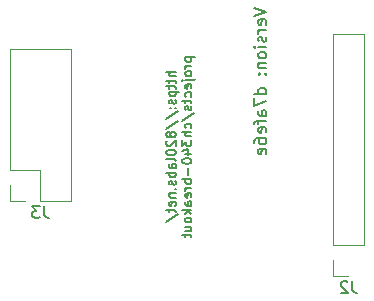
<source format=gbr>
G04 #@! TF.GenerationSoftware,KiCad,Pcbnew,5.1.5-52549c5~84~ubuntu18.04.1*
G04 #@! TF.CreationDate,2019-12-06T09:58:59+01:00*
G04 #@! TF.ProjectId,ch340-breakout,63683334-302d-4627-9265-616b6f75742e,rev?*
G04 #@! TF.SameCoordinates,Original*
G04 #@! TF.FileFunction,Legend,Bot*
G04 #@! TF.FilePolarity,Positive*
%FSLAX46Y46*%
G04 Gerber Fmt 4.6, Leading zero omitted, Abs format (unit mm)*
G04 Created by KiCad (PCBNEW 5.1.5-52549c5~84~ubuntu18.04.1) date 2019-12-06 09:58:59*
%MOMM*%
%LPD*%
G04 APERTURE LIST*
%ADD10C,0.150000*%
%ADD11C,0.120000*%
G04 APERTURE END LIST*
D10*
X155465104Y-66332885D02*
X154665104Y-66332885D01*
X155465104Y-66675742D02*
X155046057Y-66675742D01*
X154969866Y-66637647D01*
X154931771Y-66561457D01*
X154931771Y-66447171D01*
X154969866Y-66370980D01*
X155007961Y-66332885D01*
X154931771Y-66942409D02*
X154931771Y-67247171D01*
X154665104Y-67056695D02*
X155350819Y-67056695D01*
X155427009Y-67094790D01*
X155465104Y-67170980D01*
X155465104Y-67247171D01*
X154931771Y-67399552D02*
X154931771Y-67704314D01*
X154665104Y-67513838D02*
X155350819Y-67513838D01*
X155427009Y-67551933D01*
X155465104Y-67628123D01*
X155465104Y-67704314D01*
X154931771Y-67970980D02*
X155731771Y-67970980D01*
X154969866Y-67970980D02*
X154931771Y-68047171D01*
X154931771Y-68199552D01*
X154969866Y-68275742D01*
X155007961Y-68313838D01*
X155084152Y-68351933D01*
X155312723Y-68351933D01*
X155388914Y-68313838D01*
X155427009Y-68275742D01*
X155465104Y-68199552D01*
X155465104Y-68047171D01*
X155427009Y-67970980D01*
X155427009Y-68656695D02*
X155465104Y-68732885D01*
X155465104Y-68885266D01*
X155427009Y-68961457D01*
X155350819Y-68999552D01*
X155312723Y-68999552D01*
X155236533Y-68961457D01*
X155198438Y-68885266D01*
X155198438Y-68770980D01*
X155160342Y-68694790D01*
X155084152Y-68656695D01*
X155046057Y-68656695D01*
X154969866Y-68694790D01*
X154931771Y-68770980D01*
X154931771Y-68885266D01*
X154969866Y-68961457D01*
X155388914Y-69342409D02*
X155427009Y-69380504D01*
X155465104Y-69342409D01*
X155427009Y-69304314D01*
X155388914Y-69342409D01*
X155465104Y-69342409D01*
X154969866Y-69342409D02*
X155007961Y-69380504D01*
X155046057Y-69342409D01*
X155007961Y-69304314D01*
X154969866Y-69342409D01*
X155046057Y-69342409D01*
X154627009Y-70294790D02*
X155655580Y-69609076D01*
X154627009Y-71132885D02*
X155655580Y-70447171D01*
X155007961Y-71513838D02*
X154969866Y-71437647D01*
X154931771Y-71399552D01*
X154855580Y-71361457D01*
X154817485Y-71361457D01*
X154741295Y-71399552D01*
X154703200Y-71437647D01*
X154665104Y-71513838D01*
X154665104Y-71666219D01*
X154703200Y-71742409D01*
X154741295Y-71780504D01*
X154817485Y-71818600D01*
X154855580Y-71818600D01*
X154931771Y-71780504D01*
X154969866Y-71742409D01*
X155007961Y-71666219D01*
X155007961Y-71513838D01*
X155046057Y-71437647D01*
X155084152Y-71399552D01*
X155160342Y-71361457D01*
X155312723Y-71361457D01*
X155388914Y-71399552D01*
X155427009Y-71437647D01*
X155465104Y-71513838D01*
X155465104Y-71666219D01*
X155427009Y-71742409D01*
X155388914Y-71780504D01*
X155312723Y-71818600D01*
X155160342Y-71818600D01*
X155084152Y-71780504D01*
X155046057Y-71742409D01*
X155007961Y-71666219D01*
X154741295Y-72123361D02*
X154703200Y-72161457D01*
X154665104Y-72237647D01*
X154665104Y-72428123D01*
X154703200Y-72504314D01*
X154741295Y-72542409D01*
X154817485Y-72580504D01*
X154893676Y-72580504D01*
X155007961Y-72542409D01*
X155465104Y-72085266D01*
X155465104Y-72580504D01*
X154665104Y-73075742D02*
X154665104Y-73151933D01*
X154703200Y-73228123D01*
X154741295Y-73266219D01*
X154817485Y-73304314D01*
X154969866Y-73342409D01*
X155160342Y-73342409D01*
X155312723Y-73304314D01*
X155388914Y-73266219D01*
X155427009Y-73228123D01*
X155465104Y-73151933D01*
X155465104Y-73075742D01*
X155427009Y-72999552D01*
X155388914Y-72961457D01*
X155312723Y-72923361D01*
X155160342Y-72885266D01*
X154969866Y-72885266D01*
X154817485Y-72923361D01*
X154741295Y-72961457D01*
X154703200Y-72999552D01*
X154665104Y-73075742D01*
X155465104Y-73799552D02*
X155427009Y-73723361D01*
X155350819Y-73685266D01*
X154665104Y-73685266D01*
X155465104Y-74447171D02*
X155046057Y-74447171D01*
X154969866Y-74409076D01*
X154931771Y-74332885D01*
X154931771Y-74180504D01*
X154969866Y-74104314D01*
X155427009Y-74447171D02*
X155465104Y-74370980D01*
X155465104Y-74180504D01*
X155427009Y-74104314D01*
X155350819Y-74066219D01*
X155274628Y-74066219D01*
X155198438Y-74104314D01*
X155160342Y-74180504D01*
X155160342Y-74370980D01*
X155122247Y-74447171D01*
X155465104Y-74828123D02*
X154665104Y-74828123D01*
X154969866Y-74828123D02*
X154931771Y-74904314D01*
X154931771Y-75056695D01*
X154969866Y-75132885D01*
X155007961Y-75170980D01*
X155084152Y-75209076D01*
X155312723Y-75209076D01*
X155388914Y-75170980D01*
X155427009Y-75132885D01*
X155465104Y-75056695D01*
X155465104Y-74904314D01*
X155427009Y-74828123D01*
X155427009Y-75513838D02*
X155465104Y-75590028D01*
X155465104Y-75742409D01*
X155427009Y-75818600D01*
X155350819Y-75856695D01*
X155312723Y-75856695D01*
X155236533Y-75818600D01*
X155198438Y-75742409D01*
X155198438Y-75628123D01*
X155160342Y-75551933D01*
X155084152Y-75513838D01*
X155046057Y-75513838D01*
X154969866Y-75551933D01*
X154931771Y-75628123D01*
X154931771Y-75742409D01*
X154969866Y-75818600D01*
X155388914Y-76199552D02*
X155427009Y-76237647D01*
X155465104Y-76199552D01*
X155427009Y-76161457D01*
X155388914Y-76199552D01*
X155465104Y-76199552D01*
X154931771Y-76580504D02*
X155465104Y-76580504D01*
X155007961Y-76580504D02*
X154969866Y-76618600D01*
X154931771Y-76694790D01*
X154931771Y-76809076D01*
X154969866Y-76885266D01*
X155046057Y-76923361D01*
X155465104Y-76923361D01*
X155427009Y-77609076D02*
X155465104Y-77532885D01*
X155465104Y-77380504D01*
X155427009Y-77304314D01*
X155350819Y-77266219D01*
X155046057Y-77266219D01*
X154969866Y-77304314D01*
X154931771Y-77380504D01*
X154931771Y-77532885D01*
X154969866Y-77609076D01*
X155046057Y-77647171D01*
X155122247Y-77647171D01*
X155198438Y-77266219D01*
X154931771Y-77875742D02*
X154931771Y-78180504D01*
X154665104Y-77990028D02*
X155350819Y-77990028D01*
X155427009Y-78028123D01*
X155465104Y-78104314D01*
X155465104Y-78180504D01*
X154627009Y-79018600D02*
X155655580Y-78332885D01*
X156281771Y-65056695D02*
X157081771Y-65056695D01*
X156319866Y-65056695D02*
X156281771Y-65132885D01*
X156281771Y-65285266D01*
X156319866Y-65361457D01*
X156357961Y-65399552D01*
X156434152Y-65437647D01*
X156662723Y-65437647D01*
X156738914Y-65399552D01*
X156777009Y-65361457D01*
X156815104Y-65285266D01*
X156815104Y-65132885D01*
X156777009Y-65056695D01*
X156815104Y-65780504D02*
X156281771Y-65780504D01*
X156434152Y-65780504D02*
X156357961Y-65818600D01*
X156319866Y-65856695D01*
X156281771Y-65932885D01*
X156281771Y-66009076D01*
X156815104Y-66390028D02*
X156777009Y-66313838D01*
X156738914Y-66275742D01*
X156662723Y-66237647D01*
X156434152Y-66237647D01*
X156357961Y-66275742D01*
X156319866Y-66313838D01*
X156281771Y-66390028D01*
X156281771Y-66504314D01*
X156319866Y-66580504D01*
X156357961Y-66618600D01*
X156434152Y-66656695D01*
X156662723Y-66656695D01*
X156738914Y-66618600D01*
X156777009Y-66580504D01*
X156815104Y-66504314D01*
X156815104Y-66390028D01*
X156281771Y-66999552D02*
X156967485Y-66999552D01*
X157043676Y-66961457D01*
X157081771Y-66885266D01*
X157081771Y-66847171D01*
X156015104Y-66999552D02*
X156053200Y-66961457D01*
X156091295Y-66999552D01*
X156053200Y-67037647D01*
X156015104Y-66999552D01*
X156091295Y-66999552D01*
X156777009Y-67685266D02*
X156815104Y-67609076D01*
X156815104Y-67456695D01*
X156777009Y-67380504D01*
X156700819Y-67342409D01*
X156396057Y-67342409D01*
X156319866Y-67380504D01*
X156281771Y-67456695D01*
X156281771Y-67609076D01*
X156319866Y-67685266D01*
X156396057Y-67723361D01*
X156472247Y-67723361D01*
X156548438Y-67342409D01*
X156777009Y-68409076D02*
X156815104Y-68332885D01*
X156815104Y-68180504D01*
X156777009Y-68104314D01*
X156738914Y-68066219D01*
X156662723Y-68028123D01*
X156434152Y-68028123D01*
X156357961Y-68066219D01*
X156319866Y-68104314D01*
X156281771Y-68180504D01*
X156281771Y-68332885D01*
X156319866Y-68409076D01*
X156281771Y-68637647D02*
X156281771Y-68942409D01*
X156015104Y-68751933D02*
X156700819Y-68751933D01*
X156777009Y-68790028D01*
X156815104Y-68866219D01*
X156815104Y-68942409D01*
X156777009Y-69170980D02*
X156815104Y-69247171D01*
X156815104Y-69399552D01*
X156777009Y-69475742D01*
X156700819Y-69513838D01*
X156662723Y-69513838D01*
X156586533Y-69475742D01*
X156548438Y-69399552D01*
X156548438Y-69285266D01*
X156510342Y-69209076D01*
X156434152Y-69170980D01*
X156396057Y-69170980D01*
X156319866Y-69209076D01*
X156281771Y-69285266D01*
X156281771Y-69399552D01*
X156319866Y-69475742D01*
X155977009Y-70428123D02*
X157005580Y-69742409D01*
X156777009Y-71037647D02*
X156815104Y-70961457D01*
X156815104Y-70809076D01*
X156777009Y-70732885D01*
X156738914Y-70694790D01*
X156662723Y-70656695D01*
X156434152Y-70656695D01*
X156357961Y-70694790D01*
X156319866Y-70732885D01*
X156281771Y-70809076D01*
X156281771Y-70961457D01*
X156319866Y-71037647D01*
X156815104Y-71380504D02*
X156015104Y-71380504D01*
X156815104Y-71723361D02*
X156396057Y-71723361D01*
X156319866Y-71685266D01*
X156281771Y-71609076D01*
X156281771Y-71494790D01*
X156319866Y-71418600D01*
X156357961Y-71380504D01*
X156015104Y-72028123D02*
X156015104Y-72523361D01*
X156319866Y-72256695D01*
X156319866Y-72370980D01*
X156357961Y-72447171D01*
X156396057Y-72485266D01*
X156472247Y-72523361D01*
X156662723Y-72523361D01*
X156738914Y-72485266D01*
X156777009Y-72447171D01*
X156815104Y-72370980D01*
X156815104Y-72142409D01*
X156777009Y-72066219D01*
X156738914Y-72028123D01*
X156281771Y-73209076D02*
X156815104Y-73209076D01*
X155977009Y-73018600D02*
X156548438Y-72828123D01*
X156548438Y-73323361D01*
X156015104Y-73780504D02*
X156015104Y-73856695D01*
X156053200Y-73932885D01*
X156091295Y-73970980D01*
X156167485Y-74009076D01*
X156319866Y-74047171D01*
X156510342Y-74047171D01*
X156662723Y-74009076D01*
X156738914Y-73970980D01*
X156777009Y-73932885D01*
X156815104Y-73856695D01*
X156815104Y-73780504D01*
X156777009Y-73704314D01*
X156738914Y-73666219D01*
X156662723Y-73628123D01*
X156510342Y-73590028D01*
X156319866Y-73590028D01*
X156167485Y-73628123D01*
X156091295Y-73666219D01*
X156053200Y-73704314D01*
X156015104Y-73780504D01*
X156510342Y-74390028D02*
X156510342Y-74999552D01*
X156815104Y-75380504D02*
X156015104Y-75380504D01*
X156319866Y-75380504D02*
X156281771Y-75456695D01*
X156281771Y-75609076D01*
X156319866Y-75685266D01*
X156357961Y-75723361D01*
X156434152Y-75761457D01*
X156662723Y-75761457D01*
X156738914Y-75723361D01*
X156777009Y-75685266D01*
X156815104Y-75609076D01*
X156815104Y-75456695D01*
X156777009Y-75380504D01*
X156815104Y-76104314D02*
X156281771Y-76104314D01*
X156434152Y-76104314D02*
X156357961Y-76142409D01*
X156319866Y-76180504D01*
X156281771Y-76256695D01*
X156281771Y-76332885D01*
X156777009Y-76904314D02*
X156815104Y-76828123D01*
X156815104Y-76675742D01*
X156777009Y-76599552D01*
X156700819Y-76561457D01*
X156396057Y-76561457D01*
X156319866Y-76599552D01*
X156281771Y-76675742D01*
X156281771Y-76828123D01*
X156319866Y-76904314D01*
X156396057Y-76942409D01*
X156472247Y-76942409D01*
X156548438Y-76561457D01*
X156815104Y-77628123D02*
X156396057Y-77628123D01*
X156319866Y-77590028D01*
X156281771Y-77513838D01*
X156281771Y-77361457D01*
X156319866Y-77285266D01*
X156777009Y-77628123D02*
X156815104Y-77551933D01*
X156815104Y-77361457D01*
X156777009Y-77285266D01*
X156700819Y-77247171D01*
X156624628Y-77247171D01*
X156548438Y-77285266D01*
X156510342Y-77361457D01*
X156510342Y-77551933D01*
X156472247Y-77628123D01*
X156815104Y-78009076D02*
X156015104Y-78009076D01*
X156510342Y-78085266D02*
X156815104Y-78313838D01*
X156281771Y-78313838D02*
X156586533Y-78009076D01*
X156815104Y-78770980D02*
X156777009Y-78694790D01*
X156738914Y-78656695D01*
X156662723Y-78618600D01*
X156434152Y-78618600D01*
X156357961Y-78656695D01*
X156319866Y-78694790D01*
X156281771Y-78770980D01*
X156281771Y-78885266D01*
X156319866Y-78961457D01*
X156357961Y-78999552D01*
X156434152Y-79037647D01*
X156662723Y-79037647D01*
X156738914Y-78999552D01*
X156777009Y-78961457D01*
X156815104Y-78885266D01*
X156815104Y-78770980D01*
X156281771Y-79723361D02*
X156815104Y-79723361D01*
X156281771Y-79380504D02*
X156700819Y-79380504D01*
X156777009Y-79418600D01*
X156815104Y-79494790D01*
X156815104Y-79609076D01*
X156777009Y-79685266D01*
X156738914Y-79723361D01*
X156281771Y-79990028D02*
X156281771Y-80294790D01*
X156015104Y-80104314D02*
X156700819Y-80104314D01*
X156777009Y-80142409D01*
X156815104Y-80218600D01*
X156815104Y-80294790D01*
X162139380Y-60894104D02*
X163139380Y-61227438D01*
X162139380Y-61560771D01*
X163091761Y-62275057D02*
X163139380Y-62179819D01*
X163139380Y-61989342D01*
X163091761Y-61894104D01*
X162996523Y-61846485D01*
X162615571Y-61846485D01*
X162520333Y-61894104D01*
X162472714Y-61989342D01*
X162472714Y-62179819D01*
X162520333Y-62275057D01*
X162615571Y-62322676D01*
X162710809Y-62322676D01*
X162806047Y-61846485D01*
X163139380Y-62751247D02*
X162472714Y-62751247D01*
X162663190Y-62751247D02*
X162567952Y-62798866D01*
X162520333Y-62846485D01*
X162472714Y-62941723D01*
X162472714Y-63036961D01*
X163091761Y-63322676D02*
X163139380Y-63417914D01*
X163139380Y-63608390D01*
X163091761Y-63703628D01*
X162996523Y-63751247D01*
X162948904Y-63751247D01*
X162853666Y-63703628D01*
X162806047Y-63608390D01*
X162806047Y-63465533D01*
X162758428Y-63370295D01*
X162663190Y-63322676D01*
X162615571Y-63322676D01*
X162520333Y-63370295D01*
X162472714Y-63465533D01*
X162472714Y-63608390D01*
X162520333Y-63703628D01*
X163139380Y-64179819D02*
X162472714Y-64179819D01*
X162139380Y-64179819D02*
X162187000Y-64132200D01*
X162234619Y-64179819D01*
X162187000Y-64227438D01*
X162139380Y-64179819D01*
X162234619Y-64179819D01*
X163139380Y-64798866D02*
X163091761Y-64703628D01*
X163044142Y-64656009D01*
X162948904Y-64608390D01*
X162663190Y-64608390D01*
X162567952Y-64656009D01*
X162520333Y-64703628D01*
X162472714Y-64798866D01*
X162472714Y-64941723D01*
X162520333Y-65036961D01*
X162567952Y-65084580D01*
X162663190Y-65132200D01*
X162948904Y-65132200D01*
X163044142Y-65084580D01*
X163091761Y-65036961D01*
X163139380Y-64941723D01*
X163139380Y-64798866D01*
X162472714Y-65560771D02*
X163139380Y-65560771D01*
X162567952Y-65560771D02*
X162520333Y-65608390D01*
X162472714Y-65703628D01*
X162472714Y-65846485D01*
X162520333Y-65941723D01*
X162615571Y-65989342D01*
X163139380Y-65989342D01*
X163044142Y-66465533D02*
X163091761Y-66513152D01*
X163139380Y-66465533D01*
X163091761Y-66417914D01*
X163044142Y-66465533D01*
X163139380Y-66465533D01*
X162520333Y-66465533D02*
X162567952Y-66513152D01*
X162615571Y-66465533D01*
X162567952Y-66417914D01*
X162520333Y-66465533D01*
X162615571Y-66465533D01*
X163139380Y-68132200D02*
X162139380Y-68132200D01*
X163091761Y-68132200D02*
X163139380Y-68036961D01*
X163139380Y-67846485D01*
X163091761Y-67751247D01*
X163044142Y-67703628D01*
X162948904Y-67656009D01*
X162663190Y-67656009D01*
X162567952Y-67703628D01*
X162520333Y-67751247D01*
X162472714Y-67846485D01*
X162472714Y-68036961D01*
X162520333Y-68132200D01*
X162139380Y-68513152D02*
X162139380Y-69179819D01*
X163139380Y-68751247D01*
X163139380Y-69989342D02*
X162615571Y-69989342D01*
X162520333Y-69941723D01*
X162472714Y-69846485D01*
X162472714Y-69656009D01*
X162520333Y-69560771D01*
X163091761Y-69989342D02*
X163139380Y-69894104D01*
X163139380Y-69656009D01*
X163091761Y-69560771D01*
X162996523Y-69513152D01*
X162901285Y-69513152D01*
X162806047Y-69560771D01*
X162758428Y-69656009D01*
X162758428Y-69894104D01*
X162710809Y-69989342D01*
X162472714Y-70322676D02*
X162472714Y-70703628D01*
X163139380Y-70465533D02*
X162282238Y-70465533D01*
X162187000Y-70513152D01*
X162139380Y-70608390D01*
X162139380Y-70703628D01*
X163091761Y-71417914D02*
X163139380Y-71322676D01*
X163139380Y-71132200D01*
X163091761Y-71036961D01*
X162996523Y-70989342D01*
X162615571Y-70989342D01*
X162520333Y-71036961D01*
X162472714Y-71132200D01*
X162472714Y-71322676D01*
X162520333Y-71417914D01*
X162615571Y-71465533D01*
X162710809Y-71465533D01*
X162806047Y-70989342D01*
X162139380Y-72322676D02*
X162139380Y-72132200D01*
X162187000Y-72036961D01*
X162234619Y-71989342D01*
X162377476Y-71894104D01*
X162567952Y-71846485D01*
X162948904Y-71846485D01*
X163044142Y-71894104D01*
X163091761Y-71941723D01*
X163139380Y-72036961D01*
X163139380Y-72227438D01*
X163091761Y-72322676D01*
X163044142Y-72370295D01*
X162948904Y-72417914D01*
X162710809Y-72417914D01*
X162615571Y-72370295D01*
X162567952Y-72322676D01*
X162520333Y-72227438D01*
X162520333Y-72036961D01*
X162567952Y-71941723D01*
X162615571Y-71894104D01*
X162710809Y-71846485D01*
X163091761Y-73227438D02*
X163139380Y-73132200D01*
X163139380Y-72941723D01*
X163091761Y-72846485D01*
X162996523Y-72798866D01*
X162615571Y-72798866D01*
X162520333Y-72846485D01*
X162472714Y-72941723D01*
X162472714Y-73132200D01*
X162520333Y-73227438D01*
X162615571Y-73275057D01*
X162710809Y-73275057D01*
X162806047Y-72798866D01*
D11*
X141418000Y-77199800D02*
X142748000Y-77199800D01*
X141418000Y-75869800D02*
X141418000Y-77199800D01*
X144018000Y-77199800D02*
X146618000Y-77199800D01*
X144018000Y-74599800D02*
X144018000Y-77199800D01*
X141418000Y-74599800D02*
X144018000Y-74599800D01*
X146618000Y-77199800D02*
X146618000Y-64379800D01*
X141418000Y-74599800D02*
X141418000Y-64379800D01*
X141418000Y-64379800D02*
X146618000Y-64379800D01*
X168773800Y-83549800D02*
X170103800Y-83549800D01*
X168773800Y-82219800D02*
X168773800Y-83549800D01*
X168773800Y-80949800D02*
X171433800Y-80949800D01*
X171433800Y-80949800D02*
X171433800Y-63109800D01*
X168773800Y-80949800D02*
X168773800Y-63109800D01*
X168773800Y-63109800D02*
X171433800Y-63109800D01*
D10*
X144351333Y-77652180D02*
X144351333Y-78366466D01*
X144398952Y-78509323D01*
X144494190Y-78604561D01*
X144637047Y-78652180D01*
X144732285Y-78652180D01*
X143970380Y-77652180D02*
X143351333Y-77652180D01*
X143684666Y-78033133D01*
X143541809Y-78033133D01*
X143446571Y-78080752D01*
X143398952Y-78128371D01*
X143351333Y-78223609D01*
X143351333Y-78461704D01*
X143398952Y-78556942D01*
X143446571Y-78604561D01*
X143541809Y-78652180D01*
X143827523Y-78652180D01*
X143922761Y-78604561D01*
X143970380Y-78556942D01*
X170437133Y-84002180D02*
X170437133Y-84716466D01*
X170484752Y-84859323D01*
X170579990Y-84954561D01*
X170722847Y-85002180D01*
X170818085Y-85002180D01*
X170008561Y-84097419D02*
X169960942Y-84049800D01*
X169865704Y-84002180D01*
X169627609Y-84002180D01*
X169532371Y-84049800D01*
X169484752Y-84097419D01*
X169437133Y-84192657D01*
X169437133Y-84287895D01*
X169484752Y-84430752D01*
X170056180Y-85002180D01*
X169437133Y-85002180D01*
M02*

</source>
